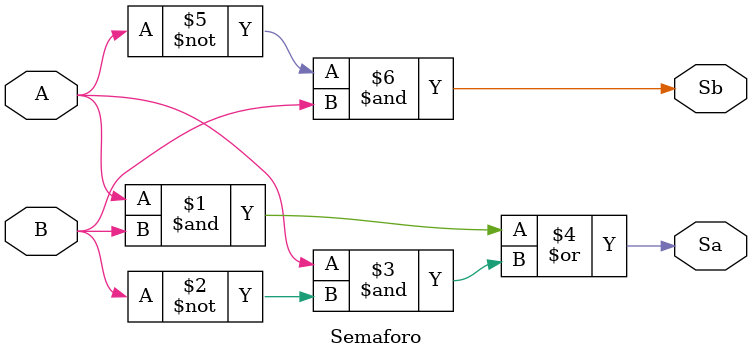
<source format=v>
module Semaforo(A, B, Sa, Sb);

    input A, B;
    output Sa, Sb;
    assign Sa = A & B | A & ~B;
    assign Sb = ~A & B;

endmodule
</source>
